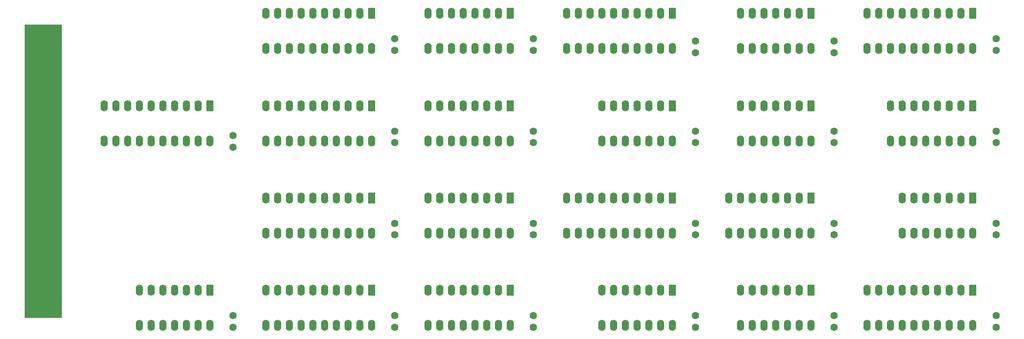
<source format=gbr>
%TF.GenerationSoftware,KiCad,Pcbnew,9.0.6*%
%TF.CreationDate,2025-12-13T20:48:58-05:00*%
%TF.ProjectId,tb8_cu,7462385f-6375-42e6-9b69-6361645f7063,1.0*%
%TF.SameCoordinates,Original*%
%TF.FileFunction,Soldermask,Bot*%
%TF.FilePolarity,Negative*%
%FSLAX46Y46*%
G04 Gerber Fmt 4.6, Leading zero omitted, Abs format (unit mm)*
G04 Created by KiCad (PCBNEW 9.0.6) date 2025-12-13 20:48:58*
%MOMM*%
%LPD*%
G01*
G04 APERTURE LIST*
G04 Aperture macros list*
%AMRoundRect*
0 Rectangle with rounded corners*
0 $1 Rounding radius*
0 $2 $3 $4 $5 $6 $7 $8 $9 X,Y pos of 4 corners*
0 Add a 4 corners polygon primitive as box body*
4,1,4,$2,$3,$4,$5,$6,$7,$8,$9,$2,$3,0*
0 Add four circle primitives for the rounded corners*
1,1,$1+$1,$2,$3*
1,1,$1+$1,$4,$5*
1,1,$1+$1,$6,$7*
1,1,$1+$1,$8,$9*
0 Add four rect primitives between the rounded corners*
20,1,$1+$1,$2,$3,$4,$5,0*
20,1,$1+$1,$4,$5,$6,$7,0*
20,1,$1+$1,$6,$7,$8,$9,0*
20,1,$1+$1,$8,$9,$2,$3,0*%
G04 Aperture macros list end*
%ADD10C,0.100000*%
%ADD11C,1.600000*%
%ADD12RoundRect,0.250000X-0.550000X0.950000X-0.550000X-0.950000X0.550000X-0.950000X0.550000X0.950000X0*%
%ADD13O,1.600000X2.400000*%
%ADD14RoundRect,0.255000X-3.495000X0.595000X-3.495000X-0.595000X3.495000X-0.595000X3.495000X0.595000X0*%
G04 APERTURE END LIST*
%TO.C,J1*%
D10*
X32000000Y-67950000D02*
X24000000Y-67950000D01*
X24000000Y-131450000D01*
X32000000Y-131450000D01*
X32000000Y-67950000D01*
G36*
X32000000Y-67950000D02*
G01*
X24000000Y-67950000D01*
X24000000Y-131450000D01*
X32000000Y-131450000D01*
X32000000Y-67950000D01*
G37*
%TD*%
D11*
%TO.C,C20*%
X104030000Y-133550000D03*
X104030000Y-131050000D03*
%TD*%
%TO.C,C17*%
X169030000Y-133550000D03*
X169030000Y-131050000D03*
%TD*%
%TO.C,C11*%
X134030000Y-93550000D03*
X134030000Y-91050000D03*
%TD*%
%TO.C,C4*%
X234030000Y-133550000D03*
X234030000Y-131050000D03*
%TD*%
%TO.C,C2*%
X199030000Y-74050000D03*
X199030000Y-71550000D03*
%TD*%
D12*
%TO.C,U12*%
X129030000Y-105550000D03*
D13*
X126490000Y-105550000D03*
X123950000Y-105550000D03*
X121410000Y-105550000D03*
X118870000Y-105550000D03*
X116330000Y-105550000D03*
X113790000Y-105550000D03*
X111250000Y-105550000D03*
X111250000Y-113170000D03*
X113790000Y-113170000D03*
X116330000Y-113170000D03*
X118870000Y-113170000D03*
X121410000Y-113170000D03*
X123950000Y-113170000D03*
X126490000Y-113170000D03*
X129030000Y-113170000D03*
%TD*%
D12*
%TO.C,U16*%
X164030000Y-85550000D03*
D13*
X161490000Y-85550000D03*
X158950000Y-85550000D03*
X156410000Y-85550000D03*
X153870000Y-85550000D03*
X151330000Y-85550000D03*
X148790000Y-85550000D03*
X148790000Y-93170000D03*
X151330000Y-93170000D03*
X153870000Y-93170000D03*
X156410000Y-93170000D03*
X158950000Y-93170000D03*
X161490000Y-93170000D03*
X164030000Y-93170000D03*
%TD*%
D12*
%TO.C,U13*%
X129030000Y-125550000D03*
D13*
X126490000Y-125550000D03*
X123950000Y-125550000D03*
X121410000Y-125550000D03*
X118870000Y-125550000D03*
X116330000Y-125550000D03*
X113790000Y-125550000D03*
X111250000Y-125550000D03*
X111250000Y-133170000D03*
X113790000Y-133170000D03*
X116330000Y-133170000D03*
X118870000Y-133170000D03*
X121410000Y-133170000D03*
X123950000Y-133170000D03*
X126490000Y-133170000D03*
X129030000Y-133170000D03*
%TD*%
D11*
%TO.C,C12*%
X134030000Y-113550000D03*
X134030000Y-111050000D03*
%TD*%
D12*
%TO.C,U17*%
X164030000Y-125550000D03*
D13*
X161490000Y-125550000D03*
X158950000Y-125550000D03*
X156410000Y-125550000D03*
X153870000Y-125550000D03*
X151330000Y-125550000D03*
X148790000Y-125550000D03*
X148790000Y-133170000D03*
X151330000Y-133170000D03*
X153870000Y-133170000D03*
X156410000Y-133170000D03*
X158950000Y-133170000D03*
X161490000Y-133170000D03*
X164030000Y-133170000D03*
%TD*%
D12*
%TO.C,U2*%
X194030000Y-65550000D03*
D13*
X191490000Y-65550000D03*
X188950000Y-65550000D03*
X186410000Y-65550000D03*
X183870000Y-65550000D03*
X181330000Y-65550000D03*
X178790000Y-65550000D03*
X178790000Y-73170000D03*
X181330000Y-73170000D03*
X183870000Y-73170000D03*
X186410000Y-73170000D03*
X188950000Y-73170000D03*
X191490000Y-73170000D03*
X194030000Y-73170000D03*
%TD*%
D12*
%TO.C,U1*%
X64030000Y-125550000D03*
D13*
X61490000Y-125550000D03*
X58950000Y-125550000D03*
X56410000Y-125550000D03*
X53870000Y-125550000D03*
X51330000Y-125550000D03*
X48790000Y-125550000D03*
X48790000Y-133170000D03*
X51330000Y-133170000D03*
X53870000Y-133170000D03*
X56410000Y-133170000D03*
X58950000Y-133170000D03*
X61490000Y-133170000D03*
X64030000Y-133170000D03*
%TD*%
D12*
%TO.C,U22*%
X99030000Y-105550000D03*
D13*
X96490000Y-105550000D03*
X93950000Y-105550000D03*
X91410000Y-105550000D03*
X88870000Y-105550000D03*
X86330000Y-105550000D03*
X83790000Y-105550000D03*
X81250000Y-105550000D03*
X78710000Y-105550000D03*
X76170000Y-105550000D03*
X76170000Y-113170000D03*
X78710000Y-113170000D03*
X81250000Y-113170000D03*
X83790000Y-113170000D03*
X86330000Y-113170000D03*
X88870000Y-113170000D03*
X91410000Y-113170000D03*
X93950000Y-113170000D03*
X96490000Y-113170000D03*
X99030000Y-113170000D03*
%TD*%
D11*
%TO.C,C13*%
X134030000Y-133550000D03*
X134030000Y-131050000D03*
%TD*%
%TO.C,C22*%
X104030000Y-113550000D03*
X104030000Y-111050000D03*
%TD*%
%TO.C,C3*%
X234030000Y-113550000D03*
X234030000Y-111050000D03*
%TD*%
D12*
%TO.C,U8*%
X194030000Y-125550000D03*
D13*
X191490000Y-125550000D03*
X188950000Y-125550000D03*
X186410000Y-125550000D03*
X183870000Y-125550000D03*
X181330000Y-125550000D03*
X178790000Y-125550000D03*
X178790000Y-133170000D03*
X181330000Y-133170000D03*
X183870000Y-133170000D03*
X186410000Y-133170000D03*
X188950000Y-133170000D03*
X191490000Y-133170000D03*
X194030000Y-133170000D03*
%TD*%
D11*
%TO.C,C8*%
X199030000Y-133550000D03*
X199030000Y-131050000D03*
%TD*%
%TO.C,C16*%
X169030000Y-93550000D03*
X169030000Y-91050000D03*
%TD*%
D12*
%TO.C,U7*%
X229030000Y-65550000D03*
D13*
X226490000Y-65550000D03*
X223950000Y-65550000D03*
X221410000Y-65550000D03*
X218870000Y-65550000D03*
X216330000Y-65550000D03*
X213790000Y-65550000D03*
X211250000Y-65550000D03*
X208710000Y-65550000D03*
X206170000Y-65550000D03*
X206170000Y-73170000D03*
X208710000Y-73170000D03*
X211250000Y-73170000D03*
X213790000Y-73170000D03*
X216330000Y-73170000D03*
X218870000Y-73170000D03*
X221410000Y-73170000D03*
X223950000Y-73170000D03*
X226490000Y-73170000D03*
X229030000Y-73170000D03*
%TD*%
D12*
%TO.C,U19*%
X99030000Y-85550000D03*
D13*
X96490000Y-85550000D03*
X93950000Y-85550000D03*
X91410000Y-85550000D03*
X88870000Y-85550000D03*
X86330000Y-85550000D03*
X83790000Y-85550000D03*
X81250000Y-85550000D03*
X78710000Y-85550000D03*
X76170000Y-85550000D03*
X76170000Y-93170000D03*
X78710000Y-93170000D03*
X81250000Y-93170000D03*
X83790000Y-93170000D03*
X86330000Y-93170000D03*
X88870000Y-93170000D03*
X91410000Y-93170000D03*
X93950000Y-93170000D03*
X96490000Y-93170000D03*
X99030000Y-93170000D03*
%TD*%
D11*
%TO.C,C1*%
X69030000Y-133550000D03*
X69030000Y-131050000D03*
%TD*%
D12*
%TO.C,U15*%
X164030000Y-105550000D03*
D13*
X161490000Y-105550000D03*
X158950000Y-105550000D03*
X156410000Y-105550000D03*
X153870000Y-105550000D03*
X151330000Y-105550000D03*
X148790000Y-105550000D03*
X146250000Y-105550000D03*
X143710000Y-105550000D03*
X141170000Y-105550000D03*
X141170000Y-113170000D03*
X143710000Y-113170000D03*
X146250000Y-113170000D03*
X148790000Y-113170000D03*
X151330000Y-113170000D03*
X153870000Y-113170000D03*
X156410000Y-113170000D03*
X158950000Y-113170000D03*
X161490000Y-113170000D03*
X164030000Y-113170000D03*
%TD*%
D11*
%TO.C,C19*%
X104030000Y-93550000D03*
X104030000Y-91050000D03*
%TD*%
%TO.C,C7*%
X234030000Y-73550000D03*
X234030000Y-71050000D03*
%TD*%
D12*
%TO.C,U3*%
X229030000Y-105550000D03*
D13*
X226490000Y-105550000D03*
X223950000Y-105550000D03*
X221410000Y-105550000D03*
X218870000Y-105550000D03*
X216330000Y-105550000D03*
X213790000Y-105550000D03*
X213790000Y-113170000D03*
X216330000Y-113170000D03*
X218870000Y-113170000D03*
X221410000Y-113170000D03*
X223950000Y-113170000D03*
X226490000Y-113170000D03*
X229030000Y-113170000D03*
%TD*%
D12*
%TO.C,U14*%
X164030000Y-65550000D03*
D13*
X161490000Y-65550000D03*
X158950000Y-65550000D03*
X156410000Y-65550000D03*
X153870000Y-65550000D03*
X151330000Y-65550000D03*
X148790000Y-65550000D03*
X146250000Y-65550000D03*
X143710000Y-65550000D03*
X141170000Y-65550000D03*
X141170000Y-73170000D03*
X143710000Y-73170000D03*
X146250000Y-73170000D03*
X148790000Y-73170000D03*
X151330000Y-73170000D03*
X153870000Y-73170000D03*
X156410000Y-73170000D03*
X158950000Y-73170000D03*
X161490000Y-73170000D03*
X164030000Y-73170000D03*
%TD*%
D11*
%TO.C,C21*%
X104030000Y-73550000D03*
X104030000Y-71050000D03*
%TD*%
D12*
%TO.C,U10*%
X129030000Y-65550000D03*
D13*
X126490000Y-65550000D03*
X123950000Y-65550000D03*
X121410000Y-65550000D03*
X118870000Y-65550000D03*
X116330000Y-65550000D03*
X113790000Y-65550000D03*
X111250000Y-65550000D03*
X111250000Y-73170000D03*
X113790000Y-73170000D03*
X116330000Y-73170000D03*
X118870000Y-73170000D03*
X121410000Y-73170000D03*
X123950000Y-73170000D03*
X126490000Y-73170000D03*
X129030000Y-73170000D03*
%TD*%
D11*
%TO.C,C6*%
X199030000Y-113550000D03*
X199030000Y-111050000D03*
%TD*%
D12*
%TO.C,U9*%
X64030000Y-85550000D03*
D13*
X61490000Y-85550000D03*
X58950000Y-85550000D03*
X56410000Y-85550000D03*
X53870000Y-85550000D03*
X51330000Y-85550000D03*
X48790000Y-85550000D03*
X46250000Y-85550000D03*
X43710000Y-85550000D03*
X41170000Y-85550000D03*
X41170000Y-93170000D03*
X43710000Y-93170000D03*
X46250000Y-93170000D03*
X48790000Y-93170000D03*
X51330000Y-93170000D03*
X53870000Y-93170000D03*
X56410000Y-93170000D03*
X58950000Y-93170000D03*
X61490000Y-93170000D03*
X64030000Y-93170000D03*
%TD*%
D11*
%TO.C,C15*%
X169030000Y-113550000D03*
X169030000Y-111050000D03*
%TD*%
%TO.C,C14*%
X169030000Y-74050000D03*
X169030000Y-71550000D03*
%TD*%
D12*
%TO.C,U5*%
X229030000Y-85550000D03*
D13*
X226490000Y-85550000D03*
X223950000Y-85550000D03*
X221410000Y-85550000D03*
X218870000Y-85550000D03*
X216330000Y-85550000D03*
X213790000Y-85550000D03*
X211250000Y-85550000D03*
X211250000Y-93170000D03*
X213790000Y-93170000D03*
X216330000Y-93170000D03*
X218870000Y-93170000D03*
X221410000Y-93170000D03*
X223950000Y-93170000D03*
X226490000Y-93170000D03*
X229030000Y-93170000D03*
%TD*%
D12*
%TO.C,U21*%
X99030000Y-65550000D03*
D13*
X96490000Y-65550000D03*
X93950000Y-65550000D03*
X91410000Y-65550000D03*
X88870000Y-65550000D03*
X86330000Y-65550000D03*
X83790000Y-65550000D03*
X81250000Y-65550000D03*
X78710000Y-65550000D03*
X76170000Y-65550000D03*
X76170000Y-73170000D03*
X78710000Y-73170000D03*
X81250000Y-73170000D03*
X83790000Y-73170000D03*
X86330000Y-73170000D03*
X88870000Y-73170000D03*
X91410000Y-73170000D03*
X93950000Y-73170000D03*
X96490000Y-73170000D03*
X99030000Y-73170000D03*
%TD*%
D11*
%TO.C,C18*%
X199030000Y-93550000D03*
X199030000Y-91050000D03*
%TD*%
D12*
%TO.C,U11*%
X129030000Y-85550000D03*
D13*
X126490000Y-85550000D03*
X123950000Y-85550000D03*
X121410000Y-85550000D03*
X118870000Y-85550000D03*
X116330000Y-85550000D03*
X113790000Y-85550000D03*
X111250000Y-85550000D03*
X111250000Y-93170000D03*
X113790000Y-93170000D03*
X116330000Y-93170000D03*
X118870000Y-93170000D03*
X121410000Y-93170000D03*
X123950000Y-93170000D03*
X126490000Y-93170000D03*
X129030000Y-93170000D03*
%TD*%
D12*
%TO.C,U6*%
X194030000Y-105550000D03*
D13*
X191490000Y-105550000D03*
X188950000Y-105550000D03*
X186410000Y-105550000D03*
X183870000Y-105550000D03*
X181330000Y-105550000D03*
X178790000Y-105550000D03*
X176250000Y-105550000D03*
X176250000Y-113170000D03*
X178790000Y-113170000D03*
X181330000Y-113170000D03*
X183870000Y-113170000D03*
X186410000Y-113170000D03*
X188950000Y-113170000D03*
X191490000Y-113170000D03*
X194030000Y-113170000D03*
%TD*%
D12*
%TO.C,U4*%
X229030000Y-125550000D03*
D13*
X226490000Y-125550000D03*
X223950000Y-125550000D03*
X221410000Y-125550000D03*
X218870000Y-125550000D03*
X216330000Y-125550000D03*
X213790000Y-125550000D03*
X211250000Y-125550000D03*
X208710000Y-125550000D03*
X206170000Y-125550000D03*
X206170000Y-133170000D03*
X208710000Y-133170000D03*
X211250000Y-133170000D03*
X213790000Y-133170000D03*
X216330000Y-133170000D03*
X218870000Y-133170000D03*
X221410000Y-133170000D03*
X223950000Y-133170000D03*
X226490000Y-133170000D03*
X229030000Y-133170000D03*
%TD*%
D12*
%TO.C,U18*%
X194030000Y-85550000D03*
D13*
X191490000Y-85550000D03*
X188950000Y-85550000D03*
X186410000Y-85550000D03*
X183870000Y-85550000D03*
X181330000Y-85550000D03*
X178790000Y-85550000D03*
X178790000Y-93170000D03*
X181330000Y-93170000D03*
X183870000Y-93170000D03*
X186410000Y-93170000D03*
X188950000Y-93170000D03*
X191490000Y-93170000D03*
X194030000Y-93170000D03*
%TD*%
D11*
%TO.C,C10*%
X134030000Y-73550000D03*
X134030000Y-71050000D03*
%TD*%
%TO.C,C9*%
X69030000Y-94550000D03*
X69030000Y-92050000D03*
%TD*%
D12*
%TO.C,U20*%
X99030000Y-125550000D03*
D13*
X96490000Y-125550000D03*
X93950000Y-125550000D03*
X91410000Y-125550000D03*
X88870000Y-125550000D03*
X86330000Y-125550000D03*
X83790000Y-125550000D03*
X81250000Y-125550000D03*
X78710000Y-125550000D03*
X76170000Y-125550000D03*
X76170000Y-133170000D03*
X78710000Y-133170000D03*
X81250000Y-133170000D03*
X83790000Y-133170000D03*
X86330000Y-133170000D03*
X88870000Y-133170000D03*
X91410000Y-133170000D03*
X93950000Y-133170000D03*
X96490000Y-133170000D03*
X99030000Y-133170000D03*
%TD*%
D11*
%TO.C,C5*%
X234030000Y-93550000D03*
X234030000Y-91050000D03*
%TD*%
D14*
%TO.C,J1*%
X28000000Y-130180000D03*
X28000000Y-127640000D03*
X28000000Y-125100000D03*
X28000000Y-122560000D03*
X28000000Y-120020000D03*
X28000000Y-117480000D03*
X28000000Y-114940000D03*
X28000000Y-112400000D03*
X28000000Y-109860000D03*
X28000000Y-107320000D03*
X28000000Y-104780000D03*
X28000000Y-102240000D03*
X28000000Y-99700000D03*
X28000000Y-97160000D03*
X28000000Y-94620000D03*
X28000000Y-92080000D03*
X28000000Y-89540000D03*
X28000000Y-87000000D03*
X28000000Y-84460000D03*
X28000000Y-81920000D03*
X28000000Y-79380000D03*
X28000000Y-76840000D03*
X28000000Y-74300000D03*
X28000000Y-71760000D03*
X28000000Y-69220000D03*
%TD*%
M02*

</source>
